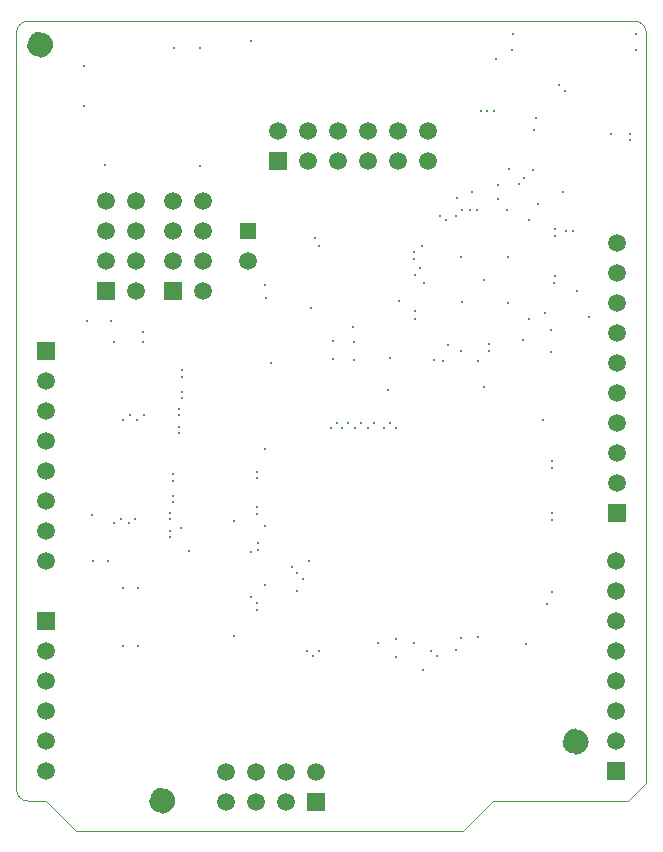
<source format=gbs>
%FSLAX44Y44*%
%MOMM*%
G71*
G01*
G75*
G04 Layer_Color=16711935*
%ADD10C,0.1500*%
G04:AMPARAMS|DCode=11|XSize=0.6mm|YSize=0.5mm|CornerRadius=0.05mm|HoleSize=0mm|Usage=FLASHONLY|Rotation=0.000|XOffset=0mm|YOffset=0mm|HoleType=Round|Shape=RoundedRectangle|*
%AMROUNDEDRECTD11*
21,1,0.6000,0.4000,0,0,0.0*
21,1,0.5000,0.5000,0,0,0.0*
1,1,0.1000,0.2500,-0.2000*
1,1,0.1000,-0.2500,-0.2000*
1,1,0.1000,-0.2500,0.2000*
1,1,0.1000,0.2500,0.2000*
%
%ADD11ROUNDEDRECTD11*%
G04:AMPARAMS|DCode=12|XSize=0.6mm|YSize=0.5mm|CornerRadius=0.05mm|HoleSize=0mm|Usage=FLASHONLY|Rotation=270.000|XOffset=0mm|YOffset=0mm|HoleType=Round|Shape=RoundedRectangle|*
%AMROUNDEDRECTD12*
21,1,0.6000,0.4000,0,0,270.0*
21,1,0.5000,0.5000,0,0,270.0*
1,1,0.1000,-0.2000,-0.2500*
1,1,0.1000,-0.2000,0.2500*
1,1,0.1000,0.2000,0.2500*
1,1,0.1000,0.2000,-0.2500*
%
%ADD12ROUNDEDRECTD12*%
%ADD13O,0.9500X0.4000*%
G04:AMPARAMS|DCode=14|XSize=0.7mm|YSize=0.55mm|CornerRadius=0.055mm|HoleSize=0mm|Usage=FLASHONLY|Rotation=180.000|XOffset=0mm|YOffset=0mm|HoleType=Round|Shape=RoundedRectangle|*
%AMROUNDEDRECTD14*
21,1,0.7000,0.4400,0,0,180.0*
21,1,0.5900,0.5500,0,0,180.0*
1,1,0.1100,-0.2950,0.2200*
1,1,0.1100,0.2950,0.2200*
1,1,0.1100,0.2950,-0.2200*
1,1,0.1100,-0.2950,-0.2200*
%
%ADD14ROUNDEDRECTD14*%
G04:AMPARAMS|DCode=15|XSize=0.4mm|YSize=0.37mm|CornerRadius=0.037mm|HoleSize=0mm|Usage=FLASHONLY|Rotation=180.000|XOffset=0mm|YOffset=0mm|HoleType=Round|Shape=RoundedRectangle|*
%AMROUNDEDRECTD15*
21,1,0.4000,0.2960,0,0,180.0*
21,1,0.3260,0.3700,0,0,180.0*
1,1,0.0740,-0.1630,0.1480*
1,1,0.0740,0.1630,0.1480*
1,1,0.0740,0.1630,-0.1480*
1,1,0.0740,-0.1630,-0.1480*
%
%ADD15ROUNDEDRECTD15*%
G04:AMPARAMS|DCode=16|XSize=0.4mm|YSize=0.37mm|CornerRadius=0.037mm|HoleSize=0mm|Usage=FLASHONLY|Rotation=270.000|XOffset=0mm|YOffset=0mm|HoleType=Round|Shape=RoundedRectangle|*
%AMROUNDEDRECTD16*
21,1,0.4000,0.2960,0,0,270.0*
21,1,0.3260,0.3700,0,0,270.0*
1,1,0.0740,-0.1480,-0.1630*
1,1,0.0740,-0.1480,0.1630*
1,1,0.0740,0.1480,0.1630*
1,1,0.0740,0.1480,-0.1630*
%
%ADD16ROUNDEDRECTD16*%
G04:AMPARAMS|DCode=17|XSize=0.93mm|YSize=0.89mm|CornerRadius=0.089mm|HoleSize=0mm|Usage=FLASHONLY|Rotation=90.000|XOffset=0mm|YOffset=0mm|HoleType=Round|Shape=RoundedRectangle|*
%AMROUNDEDRECTD17*
21,1,0.9300,0.7120,0,0,90.0*
21,1,0.7520,0.8900,0,0,90.0*
1,1,0.1780,0.3560,0.3760*
1,1,0.1780,0.3560,-0.3760*
1,1,0.1780,-0.3560,-0.3760*
1,1,0.1780,-0.3560,0.3760*
%
%ADD17ROUNDEDRECTD17*%
%ADD18O,1.6500X0.3000*%
%ADD19O,0.3000X1.6500*%
%ADD20R,0.5400X0.7400*%
G04:AMPARAMS|DCode=21|XSize=0.7mm|YSize=0.55mm|CornerRadius=0.055mm|HoleSize=0mm|Usage=FLASHONLY|Rotation=90.000|XOffset=0mm|YOffset=0mm|HoleType=Round|Shape=RoundedRectangle|*
%AMROUNDEDRECTD21*
21,1,0.7000,0.4400,0,0,90.0*
21,1,0.5900,0.5500,0,0,90.0*
1,1,0.1100,0.2200,0.2950*
1,1,0.1100,0.2200,-0.2950*
1,1,0.1100,-0.2200,-0.2950*
1,1,0.1100,-0.2200,0.2950*
%
%ADD21ROUNDEDRECTD21*%
G04:AMPARAMS|DCode=22|XSize=1.3mm|YSize=3.5mm|CornerRadius=0.325mm|HoleSize=0mm|Usage=FLASHONLY|Rotation=180.000|XOffset=0mm|YOffset=0mm|HoleType=Round|Shape=RoundedRectangle|*
%AMROUNDEDRECTD22*
21,1,1.3000,2.8500,0,0,180.0*
21,1,0.6500,3.5000,0,0,180.0*
1,1,0.6500,-0.3250,1.4250*
1,1,0.6500,0.3250,1.4250*
1,1,0.6500,0.3250,-1.4250*
1,1,0.6500,-0.3250,-1.4250*
%
%ADD22ROUNDEDRECTD22*%
G04:AMPARAMS|DCode=23|XSize=0.3mm|YSize=0.6mm|CornerRadius=0.0495mm|HoleSize=0mm|Usage=FLASHONLY|Rotation=0.000|XOffset=0mm|YOffset=0mm|HoleType=Round|Shape=RoundedRectangle|*
%AMROUNDEDRECTD23*
21,1,0.3000,0.5010,0,0,0.0*
21,1,0.2010,0.6000,0,0,0.0*
1,1,0.0990,0.1005,-0.2505*
1,1,0.0990,-0.1005,-0.2505*
1,1,0.0990,-0.1005,0.2505*
1,1,0.0990,0.1005,0.2505*
%
%ADD23ROUNDEDRECTD23*%
G04:AMPARAMS|DCode=24|XSize=0.3mm|YSize=0.6mm|CornerRadius=0.0495mm|HoleSize=0mm|Usage=FLASHONLY|Rotation=270.000|XOffset=0mm|YOffset=0mm|HoleType=Round|Shape=RoundedRectangle|*
%AMROUNDEDRECTD24*
21,1,0.3000,0.5010,0,0,270.0*
21,1,0.2010,0.6000,0,0,270.0*
1,1,0.0990,-0.2505,-0.1005*
1,1,0.0990,-0.2505,0.1005*
1,1,0.0990,0.2505,0.1005*
1,1,0.0990,0.2505,-0.1005*
%
%ADD24ROUNDEDRECTD24*%
%ADD25R,2.2500X0.9000*%
G04:AMPARAMS|DCode=26|XSize=1.38mm|YSize=1.05mm|CornerRadius=0.105mm|HoleSize=0mm|Usage=FLASHONLY|Rotation=180.000|XOffset=0mm|YOffset=0mm|HoleType=Round|Shape=RoundedRectangle|*
%AMROUNDEDRECTD26*
21,1,1.3800,0.8400,0,0,180.0*
21,1,1.1700,1.0500,0,0,180.0*
1,1,0.2100,-0.5850,0.4200*
1,1,0.2100,0.5850,0.4200*
1,1,0.2100,0.5850,-0.4200*
1,1,0.2100,-0.5850,-0.4200*
%
%ADD26ROUNDEDRECTD26*%
%ADD27O,0.7600X1.6000*%
%ADD28O,0.6000X1.6000*%
G04:AMPARAMS|DCode=29|XSize=0.9mm|YSize=0.8mm|CornerRadius=0.08mm|HoleSize=0mm|Usage=FLASHONLY|Rotation=180.000|XOffset=0mm|YOffset=0mm|HoleType=Round|Shape=RoundedRectangle|*
%AMROUNDEDRECTD29*
21,1,0.9000,0.6400,0,0,180.0*
21,1,0.7400,0.8000,0,0,180.0*
1,1,0.1600,-0.3700,0.3200*
1,1,0.1600,0.3700,0.3200*
1,1,0.1600,0.3700,-0.3200*
1,1,0.1600,-0.3700,-0.3200*
%
%ADD29ROUNDEDRECTD29*%
%ADD30O,0.6000X1.4000*%
G04:AMPARAMS|DCode=31|XSize=1mm|YSize=1.4mm|CornerRadius=0.25mm|HoleSize=0mm|Usage=FLASHONLY|Rotation=180.000|XOffset=0mm|YOffset=0mm|HoleType=Round|Shape=RoundedRectangle|*
%AMROUNDEDRECTD31*
21,1,1.0000,0.9000,0,0,180.0*
21,1,0.5000,1.4000,0,0,180.0*
1,1,0.5000,-0.2500,0.4500*
1,1,0.5000,0.2500,0.4500*
1,1,0.5000,0.2500,-0.4500*
1,1,0.5000,-0.2500,-0.4500*
%
%ADD31ROUNDEDRECTD31*%
G04:AMPARAMS|DCode=32|XSize=1mm|YSize=1mm|CornerRadius=0.25mm|HoleSize=0mm|Usage=FLASHONLY|Rotation=180.000|XOffset=0mm|YOffset=0mm|HoleType=Round|Shape=RoundedRectangle|*
%AMROUNDEDRECTD32*
21,1,1.0000,0.5000,0,0,180.0*
21,1,0.5000,1.0000,0,0,180.0*
1,1,0.5000,-0.2500,0.2500*
1,1,0.5000,0.2500,0.2500*
1,1,0.5000,0.2500,-0.2500*
1,1,0.5000,-0.2500,-0.2500*
%
%ADD32ROUNDEDRECTD32*%
%ADD33R,4.4500X4.4500*%
%ADD34O,0.8200X0.2700*%
%ADD35O,0.2700X0.8200*%
G04:AMPARAMS|DCode=36|XSize=0.9mm|YSize=1mm|CornerRadius=0.09mm|HoleSize=0mm|Usage=FLASHONLY|Rotation=180.000|XOffset=0mm|YOffset=0mm|HoleType=Round|Shape=RoundedRectangle|*
%AMROUNDEDRECTD36*
21,1,0.9000,0.8200,0,0,180.0*
21,1,0.7200,1.0000,0,0,180.0*
1,1,0.1800,-0.3600,0.4100*
1,1,0.1800,0.3600,0.4100*
1,1,0.1800,0.3600,-0.4100*
1,1,0.1800,-0.3600,-0.4100*
%
%ADD36ROUNDEDRECTD36*%
G04:AMPARAMS|DCode=37|XSize=1.7mm|YSize=0.55mm|CornerRadius=0.055mm|HoleSize=0mm|Usage=FLASHONLY|Rotation=180.000|XOffset=0mm|YOffset=0mm|HoleType=Round|Shape=RoundedRectangle|*
%AMROUNDEDRECTD37*
21,1,1.7000,0.4400,0,0,180.0*
21,1,1.5900,0.5500,0,0,180.0*
1,1,0.1100,-0.7950,0.2200*
1,1,0.1100,0.7950,0.2200*
1,1,0.1100,0.7950,-0.2200*
1,1,0.1100,-0.7950,-0.2200*
%
%ADD37ROUNDEDRECTD37*%
%ADD38C,1.0000*%
%ADD39O,0.4000X1.3500*%
G04:AMPARAMS|DCode=40|XSize=2.3mm|YSize=1.9mm|CornerRadius=0.19mm|HoleSize=0mm|Usage=FLASHONLY|Rotation=180.000|XOffset=0mm|YOffset=0mm|HoleType=Round|Shape=RoundedRectangle|*
%AMROUNDEDRECTD40*
21,1,2.3000,1.5200,0,0,180.0*
21,1,1.9200,1.9000,0,0,180.0*
1,1,0.3800,-0.9600,0.7600*
1,1,0.3800,0.9600,0.7600*
1,1,0.3800,0.9600,-0.7600*
1,1,0.3800,-0.9600,-0.7600*
%
%ADD40ROUNDEDRECTD40*%
%ADD41R,1.8000X1.9000*%
G04:AMPARAMS|DCode=42|XSize=1.55mm|YSize=1.35mm|CornerRadius=0.135mm|HoleSize=0mm|Usage=FLASHONLY|Rotation=180.000|XOffset=0mm|YOffset=0mm|HoleType=Round|Shape=RoundedRectangle|*
%AMROUNDEDRECTD42*
21,1,1.5500,1.0800,0,0,180.0*
21,1,1.2800,1.3500,0,0,180.0*
1,1,0.2700,-0.6400,0.5400*
1,1,0.2700,0.6400,0.5400*
1,1,0.2700,0.6400,-0.5400*
1,1,0.2700,-0.6400,-0.5400*
%
%ADD42ROUNDEDRECTD42*%
G04:AMPARAMS|DCode=43|XSize=1.8mm|YSize=1.17mm|CornerRadius=0.117mm|HoleSize=0mm|Usage=FLASHONLY|Rotation=90.000|XOffset=0mm|YOffset=0mm|HoleType=Round|Shape=RoundedRectangle|*
%AMROUNDEDRECTD43*
21,1,1.8000,0.9360,0,0,90.0*
21,1,1.5660,1.1700,0,0,90.0*
1,1,0.2340,0.4680,0.7830*
1,1,0.2340,0.4680,-0.7830*
1,1,0.2340,-0.4680,-0.7830*
1,1,0.2340,-0.4680,0.7830*
%
%ADD43ROUNDEDRECTD43*%
G04:AMPARAMS|DCode=44|XSize=0.75mm|YSize=1.1mm|CornerRadius=0.075mm|HoleSize=0mm|Usage=FLASHONLY|Rotation=180.000|XOffset=0mm|YOffset=0mm|HoleType=Round|Shape=RoundedRectangle|*
%AMROUNDEDRECTD44*
21,1,0.7500,0.9500,0,0,180.0*
21,1,0.6000,1.1000,0,0,180.0*
1,1,0.1500,-0.3000,0.4750*
1,1,0.1500,0.3000,0.4750*
1,1,0.1500,0.3000,-0.4750*
1,1,0.1500,-0.3000,-0.4750*
%
%ADD44ROUNDEDRECTD44*%
G04:AMPARAMS|DCode=45|XSize=1.2mm|YSize=1mm|CornerRadius=0.1mm|HoleSize=0mm|Usage=FLASHONLY|Rotation=180.000|XOffset=0mm|YOffset=0mm|HoleType=Round|Shape=RoundedRectangle|*
%AMROUNDEDRECTD45*
21,1,1.2000,0.8000,0,0,180.0*
21,1,1.0000,1.0000,0,0,180.0*
1,1,0.2000,-0.5000,0.4000*
1,1,0.2000,0.5000,0.4000*
1,1,0.2000,0.5000,-0.4000*
1,1,0.2000,-0.5000,-0.4000*
%
%ADD45ROUNDEDRECTD45*%
G04:AMPARAMS|DCode=46|XSize=1.9mm|YSize=1.35mm|CornerRadius=0.135mm|HoleSize=0mm|Usage=FLASHONLY|Rotation=180.000|XOffset=0mm|YOffset=0mm|HoleType=Round|Shape=RoundedRectangle|*
%AMROUNDEDRECTD46*
21,1,1.9000,1.0800,0,0,180.0*
21,1,1.6300,1.3500,0,0,180.0*
1,1,0.2700,-0.8150,0.5400*
1,1,0.2700,0.8150,0.5400*
1,1,0.2700,0.8150,-0.5400*
1,1,0.2700,-0.8150,-0.5400*
%
%ADD46ROUNDEDRECTD46*%
%ADD47O,0.8000X1.4700*%
G04:AMPARAMS|DCode=48|XSize=2mm|YSize=1.1mm|CornerRadius=0.11mm|HoleSize=0mm|Usage=FLASHONLY|Rotation=90.000|XOffset=0mm|YOffset=0mm|HoleType=Round|Shape=RoundedRectangle|*
%AMROUNDEDRECTD48*
21,1,2.0000,0.8800,0,0,90.0*
21,1,1.7800,1.1000,0,0,90.0*
1,1,0.2200,0.4400,0.8900*
1,1,0.2200,0.4400,-0.8900*
1,1,0.2200,-0.4400,-0.8900*
1,1,0.2200,-0.4400,0.8900*
%
%ADD48ROUNDEDRECTD48*%
G04:AMPARAMS|DCode=49|XSize=0.8mm|YSize=0.8mm|CornerRadius=0.08mm|HoleSize=0mm|Usage=FLASHONLY|Rotation=90.000|XOffset=0mm|YOffset=0mm|HoleType=Round|Shape=RoundedRectangle|*
%AMROUNDEDRECTD49*
21,1,0.8000,0.6400,0,0,90.0*
21,1,0.6400,0.8000,0,0,90.0*
1,1,0.1600,0.3200,0.3200*
1,1,0.1600,0.3200,-0.3200*
1,1,0.1600,-0.3200,-0.3200*
1,1,0.1600,-0.3200,0.3200*
%
%ADD49ROUNDEDRECTD49*%
G04:AMPARAMS|DCode=50|XSize=0.93mm|YSize=0.89mm|CornerRadius=0.089mm|HoleSize=0mm|Usage=FLASHONLY|Rotation=0.000|XOffset=0mm|YOffset=0mm|HoleType=Round|Shape=RoundedRectangle|*
%AMROUNDEDRECTD50*
21,1,0.9300,0.7120,0,0,0.0*
21,1,0.7520,0.8900,0,0,0.0*
1,1,0.1780,0.3760,-0.3560*
1,1,0.1780,-0.3760,-0.3560*
1,1,0.1780,-0.3760,0.3560*
1,1,0.1780,0.3760,0.3560*
%
%ADD50ROUNDEDRECTD50*%
%ADD51C,0.1000*%
%ADD52C,0.2000*%
%ADD53C,0.3000*%
%ADD54C,0.1200*%
%ADD55C,0.5000*%
%ADD56R,1.5000X1.5000*%
%ADD57C,1.5000*%
%ADD58R,1.3500X1.3500*%
%ADD59R,1.5000X1.5000*%
%ADD60C,0.4500*%
%ADD61C,1.0000*%
%ADD62C,2.0000*%
%ADD63C,0.6000*%
%ADD64C,0.4000*%
%ADD65C,0.2500*%
%ADD66C,0.2000*%
D38*
X473400Y75800D02*
D03*
X123400Y25800D02*
D03*
X20000Y665800D02*
D03*
D51*
X533400Y675800D02*
G03*
X523400Y685800I-10000J0D01*
G01*
X10000D02*
G03*
X0Y675800I0J-10000D01*
G01*
Y35400D02*
G03*
X10000Y25400I10000J0D01*
G01*
X518200D02*
X533400Y40600D01*
X25400Y25400D02*
X50800Y0D01*
X378500D01*
X403900Y25400D01*
X518200D01*
X10000D02*
X25400D01*
X533400Y40600D02*
Y675800D01*
X10000Y685800D02*
X523400D01*
X0Y35400D02*
Y675800D01*
D56*
X76200Y457200D02*
D03*
X25400Y177800D02*
D03*
X508000Y50800D02*
D03*
X132300Y457200D02*
D03*
X508500Y269150D02*
D03*
X25400Y406400D02*
D03*
D57*
X101600Y457200D02*
D03*
X76200Y482600D02*
D03*
X101600D02*
D03*
X76200Y508000D02*
D03*
X101600D02*
D03*
X76200Y533400D02*
D03*
X101600D02*
D03*
X195800Y482600D02*
D03*
X247100Y567200D02*
D03*
X272500D02*
D03*
X297900D02*
D03*
X323300D02*
D03*
X348700D02*
D03*
X221700Y592600D02*
D03*
X247100D02*
D03*
X272500D02*
D03*
X297900D02*
D03*
X323300D02*
D03*
X348700D02*
D03*
X25400Y76200D02*
D03*
Y101600D02*
D03*
Y127000D02*
D03*
Y152400D02*
D03*
Y50800D02*
D03*
X508000Y228600D02*
D03*
Y203200D02*
D03*
Y152400D02*
D03*
Y127000D02*
D03*
Y101600D02*
D03*
Y76200D02*
D03*
Y177800D02*
D03*
X254000Y50300D02*
D03*
X228600Y24900D02*
D03*
Y50300D02*
D03*
X203200Y24900D02*
D03*
Y50300D02*
D03*
X177800Y24900D02*
D03*
Y50300D02*
D03*
X157700Y457200D02*
D03*
X132300Y482600D02*
D03*
X157700D02*
D03*
X132300Y508000D02*
D03*
X157700D02*
D03*
X132300Y533400D02*
D03*
X157700D02*
D03*
X508500Y396150D02*
D03*
Y294550D02*
D03*
Y319950D02*
D03*
Y345350D02*
D03*
Y370750D02*
D03*
Y421550D02*
D03*
Y446950D02*
D03*
Y497750D02*
D03*
Y472350D02*
D03*
X25400Y228600D02*
D03*
Y254000D02*
D03*
Y304800D02*
D03*
Y330200D02*
D03*
Y355600D02*
D03*
Y381000D02*
D03*
Y279400D02*
D03*
D58*
X195800Y508000D02*
D03*
D59*
X221700Y567200D02*
D03*
X254000Y24900D02*
D03*
D62*
X474400Y75800D02*
G03*
X474400Y75800I-1000J0D01*
G01*
X124400Y25800D02*
G03*
X124400Y25800I-1000J0D01*
G01*
X21000Y665800D02*
G03*
X21000Y665800I-1000J0D01*
G01*
D66*
X266100Y341000D02*
D03*
X276100D02*
D03*
X285000Y426500D02*
D03*
X286000Y414200D02*
D03*
Y398800D02*
D03*
X271100Y345300D02*
D03*
X281100D02*
D03*
X302600D02*
D03*
X452500Y405358D02*
D03*
X438601Y593748D02*
D03*
X297600Y341000D02*
D03*
X291600Y345300D02*
D03*
X88500Y264500D02*
D03*
X63950Y267250D02*
D03*
X137500Y337000D02*
D03*
X133770Y663270D02*
D03*
X106850Y423000D02*
D03*
Y414000D02*
D03*
X82500Y414000D02*
D03*
X79850Y432000D02*
D03*
X60150D02*
D03*
X391100Y398000D02*
D03*
X210100Y323500D02*
D03*
X237500Y203500D02*
D03*
X199000Y198500D02*
D03*
X243000Y213500D02*
D03*
X324100Y448500D02*
D03*
X519700Y585500D02*
D03*
Y590500D02*
D03*
X103050Y206150D02*
D03*
X90350D02*
D03*
X204500Y244000D02*
D03*
Y238000D02*
D03*
X405900Y653600D02*
D03*
X361100Y398000D02*
D03*
X337500Y470500D02*
D03*
X341500Y477000D02*
D03*
X336300Y484150D02*
D03*
X336500Y490000D02*
D03*
X343300Y495000D02*
D03*
X358800Y520500D02*
D03*
X314500Y373500D02*
D03*
X440000Y603900D02*
D03*
X256000Y495000D02*
D03*
X237500Y218500D02*
D03*
X252500Y502500D02*
D03*
X233500Y223500D02*
D03*
X247500Y228500D02*
D03*
X199000Y236500D02*
D03*
X183850Y262500D02*
D03*
X210350Y462000D02*
D03*
X211100Y451000D02*
D03*
X139276Y256776D02*
D03*
X64950Y228400D02*
D03*
X77650D02*
D03*
X103050Y156600D02*
D03*
X90350D02*
D03*
X184550Y165000D02*
D03*
X146450Y237000D02*
D03*
X249500Y442500D02*
D03*
X268400Y415200D02*
D03*
Y399800D02*
D03*
X462700Y541100D02*
D03*
X453850Y269350D02*
D03*
Y263650D02*
D03*
Y307650D02*
D03*
Y313350D02*
D03*
X203650Y274350D02*
D03*
Y268650D02*
D03*
X203525Y187524D02*
D03*
Y193224D02*
D03*
X321375Y147674D02*
D03*
Y163074D02*
D03*
X371925Y153024D02*
D03*
X376774Y163574D02*
D03*
X215800Y396350D02*
D03*
X203650Y304350D02*
D03*
Y298650D02*
D03*
X336874Y159626D02*
D03*
X344299Y136750D02*
D03*
X431650Y158500D02*
D03*
X449000Y192650D02*
D03*
X453500Y202850D02*
D03*
X56900Y613920D02*
D03*
X155670Y563220D02*
D03*
X138000Y352500D02*
D03*
Y357500D02*
D03*
X140000Y366500D02*
D03*
Y372000D02*
D03*
Y390500D02*
D03*
Y384500D02*
D03*
X137500Y342500D02*
D03*
X130000Y249000D02*
D03*
Y254500D02*
D03*
X132500Y296500D02*
D03*
Y302500D02*
D03*
Y284000D02*
D03*
Y278500D02*
D03*
X130000Y269500D02*
D03*
Y264500D02*
D03*
X83000Y260500D02*
D03*
X100500Y264500D02*
D03*
X95000Y260500D02*
D03*
X96000Y352500D02*
D03*
X102500Y348500D02*
D03*
X108000Y352500D02*
D03*
X90500Y348500D02*
D03*
X484500Y435000D02*
D03*
X398600Y609300D02*
D03*
X321600Y341000D02*
D03*
X311600D02*
D03*
X316600Y345300D02*
D03*
X404100Y609300D02*
D03*
X393100D02*
D03*
X57100Y648080D02*
D03*
X155770Y663270D02*
D03*
X396100Y375700D02*
D03*
X306100Y159700D02*
D03*
X353600Y398500D02*
D03*
X286600Y341000D02*
D03*
X391100Y164000D02*
D03*
X445600Y348500D02*
D03*
X210100Y258500D02*
D03*
Y208500D02*
D03*
X316100Y400200D02*
D03*
X425500Y547700D02*
D03*
X455700Y470000D02*
D03*
X376650Y406650D02*
D03*
X365300Y412000D02*
D03*
X455700Y503700D02*
D03*
X455700Y509900D02*
D03*
X455600Y464000D02*
D03*
X434300Y434000D02*
D03*
X447300Y439000D02*
D03*
X452500Y424500D02*
D03*
X503600Y590200D02*
D03*
X415950Y485800D02*
D03*
X396300Y466500D02*
D03*
X416130Y446900D02*
D03*
X376870Y485800D02*
D03*
X377150Y447650D02*
D03*
X345300Y464000D02*
D03*
X363800Y517500D02*
D03*
X433800D02*
D03*
X428800Y415500D02*
D03*
X389900Y525600D02*
D03*
X372200Y520700D02*
D03*
X383800Y525600D02*
D03*
X377700D02*
D03*
X385500Y540800D02*
D03*
X373000Y536300D02*
D03*
X407700Y535500D02*
D03*
X415700Y525900D02*
D03*
X437000Y559500D02*
D03*
X429800Y552800D02*
D03*
X407600Y546900D02*
D03*
X416700Y560200D02*
D03*
X441900Y530600D02*
D03*
X474800Y457500D02*
D03*
X465400Y508200D02*
D03*
X471200Y508300D02*
D03*
X337300Y434000D02*
D03*
Y440200D02*
D03*
X400000Y412200D02*
D03*
Y406300D02*
D03*
X420000Y661000D02*
D03*
X420300Y675300D02*
D03*
X524200Y661000D02*
D03*
X524500Y675300D02*
D03*
X459400Y631400D02*
D03*
X464350Y626450D02*
D03*
X198520Y668800D02*
D03*
X74920Y564100D02*
D03*
X356000Y148200D02*
D03*
X351000Y152500D02*
D03*
X251100Y148200D02*
D03*
X246100Y152500D02*
D03*
X256100D02*
D03*
M02*

</source>
